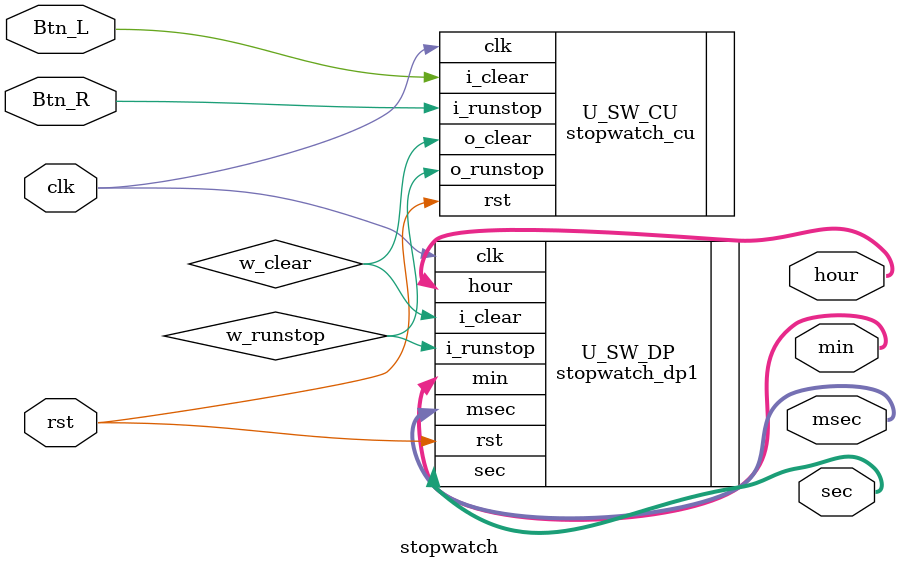
<source format=v>
module stopwatch (
    input        clk,
    input        rst,
    // input  mode,
    input        Btn_L,
    input        Btn_R,

    output [6:0] msec,
    output [5:0] sec,
    output [5:0] min,
    output [4:0] hour 
);


    wire w_runstop;
    wire w_clear;
    wire w_btn_r;
    wire w_btn_l;   

    stopwatch_dp1 U_SW_DP(
        .clk(clk),
        .i_runstop(w_runstop),
        .i_clear(w_clear),
        .rst(rst),
        .msec(msec),
        .sec(sec),
        .min(min),
        .hour(hour)
    );

    stopwatch_cu U_SW_CU (
        .clk(clk),
        .rst(rst),
        .i_runstop(Btn_R),
        .i_clear(Btn_L),
        .o_runstop(w_runstop),
        .o_clear(w_clear)
    );

endmodule

</source>
